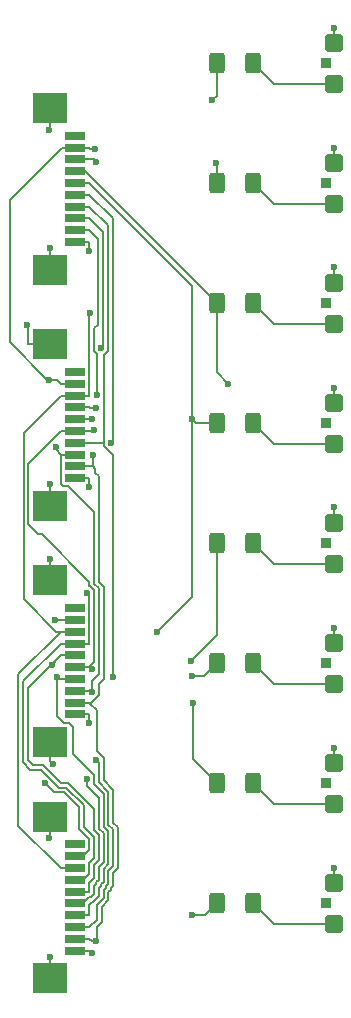
<source format=gbr>
%TF.GenerationSoftware,KiCad,Pcbnew,8.0.6-8.0.6-0~ubuntu24.04.1*%
%TF.CreationDate,2024-12-11T21:49:02+03:00*%
%TF.ProjectId,PM-LED8,504d2d4c-4544-4382-9e6b-696361645f70,rev?*%
%TF.SameCoordinates,Original*%
%TF.FileFunction,Copper,L1,Top*%
%TF.FilePolarity,Positive*%
%FSLAX46Y46*%
G04 Gerber Fmt 4.6, Leading zero omitted, Abs format (unit mm)*
G04 Created by KiCad (PCBNEW 8.0.6-8.0.6-0~ubuntu24.04.1) date 2024-12-11 21:49:02*
%MOMM*%
%LPD*%
G01*
G04 APERTURE LIST*
G04 Aperture macros list*
%AMRoundRect*
0 Rectangle with rounded corners*
0 $1 Rounding radius*
0 $2 $3 $4 $5 $6 $7 $8 $9 X,Y pos of 4 corners*
0 Add a 4 corners polygon primitive as box body*
4,1,4,$2,$3,$4,$5,$6,$7,$8,$9,$2,$3,0*
0 Add four circle primitives for the rounded corners*
1,1,$1+$1,$2,$3*
1,1,$1+$1,$4,$5*
1,1,$1+$1,$6,$7*
1,1,$1+$1,$8,$9*
0 Add four rect primitives between the rounded corners*
20,1,$1+$1,$2,$3,$4,$5,0*
20,1,$1+$1,$4,$5,$6,$7,0*
20,1,$1+$1,$6,$7,$8,$9,0*
20,1,$1+$1,$8,$9,$2,$3,0*%
G04 Aperture macros list end*
%TA.AperFunction,SMDPad,CuDef*%
%ADD10R,1.803400X0.635000*%
%TD*%
%TA.AperFunction,SMDPad,CuDef*%
%ADD11R,2.997200X2.590800*%
%TD*%
%TA.AperFunction,SMDPad,CuDef*%
%ADD12RoundRect,0.250000X0.400000X0.625000X-0.400000X0.625000X-0.400000X-0.625000X0.400000X-0.625000X0*%
%TD*%
%TA.AperFunction,SMDPad,CuDef*%
%ADD13RoundRect,0.250000X-0.500000X0.500000X-0.500000X-0.500000X0.500000X-0.500000X0.500000X0.500000X0*%
%TD*%
%TA.AperFunction,SMDPad,CuDef*%
%ADD14RoundRect,0.225000X-0.225000X0.225000X-0.225000X-0.225000X0.225000X-0.225000X0.225000X0.225000X0*%
%TD*%
%TA.AperFunction,ViaPad*%
%ADD15C,0.600000*%
%TD*%
%TA.AperFunction,Conductor*%
%ADD16C,0.200000*%
%TD*%
G04 APERTURE END LIST*
D10*
%TO.P,J3,1,Pin_1*%
%TO.N,unconnected-(J3-Pin_1-Pad1)*%
X-8444000Y-5500009D03*
%TO.P,J3,2,Pin_2*%
%TO.N,Net-(J1-Pin_2)*%
X-8444000Y-6500007D03*
%TO.P,J3,3,Pin_3*%
%TO.N,Net-(J1-Pin_3)*%
X-8444000Y-7500005D03*
%TO.P,J3,4,Pin_4*%
%TO.N,Net-(J1-Pin_4)*%
X-8444000Y-8500003D03*
%TO.P,J3,5,Pin_5*%
%TO.N,Net-(J1-Pin_5)*%
X-8444000Y-9500001D03*
%TO.P,J3,6,Pin_6*%
%TO.N,Net-(J1-Pin_6)*%
X-8444000Y-10499999D03*
%TO.P,J3,7,Pin_7*%
%TO.N,Net-(J1-Pin_7)*%
X-8444000Y-11499997D03*
%TO.P,J3,8,Pin_8*%
%TO.N,Net-(J1-Pin_8)*%
X-8444000Y-12499995D03*
%TO.P,J3,9,Pin_9*%
%TO.N,Net-(J1-Pin_9)*%
X-8444000Y-13499993D03*
%TO.P,J3,10,Pin_10*%
%TO.N,GND*%
X-8444000Y-14499991D03*
D11*
%TO.P,J3,11,Pin_11*%
X-10614001Y-3149998D03*
X-10614001Y-16850002D03*
%TD*%
D10*
%TO.P,J4,1,Pin_1*%
%TO.N,unconnected-(J4-Pin_1-Pad1)*%
X-8444000Y-25500009D03*
%TO.P,J4,2,Pin_2*%
%TO.N,Net-(J1-Pin_2)*%
X-8444000Y-26500007D03*
%TO.P,J4,3,Pin_3*%
%TO.N,Net-(J1-Pin_3)*%
X-8444000Y-27500005D03*
%TO.P,J4,4,Pin_4*%
%TO.N,Net-(J1-Pin_4)*%
X-8444000Y-28500003D03*
%TO.P,J4,5,Pin_5*%
%TO.N,Net-(J1-Pin_5)*%
X-8444000Y-29500001D03*
%TO.P,J4,6,Pin_6*%
%TO.N,Net-(J1-Pin_6)*%
X-8444000Y-30499999D03*
%TO.P,J4,7,Pin_7*%
%TO.N,Net-(J1-Pin_7)*%
X-8444000Y-31499997D03*
%TO.P,J4,8,Pin_8*%
%TO.N,Net-(J1-Pin_8)*%
X-8444000Y-32499995D03*
%TO.P,J4,9,Pin_9*%
%TO.N,Net-(J1-Pin_9)*%
X-8444000Y-33499993D03*
%TO.P,J4,10,Pin_10*%
%TO.N,GND*%
X-8444000Y-34499991D03*
D11*
%TO.P,J4,11,Pin_11*%
X-10614001Y-23149998D03*
X-10614001Y-36850002D03*
%TD*%
D10*
%TO.P,J1,1,Pin_1*%
%TO.N,unconnected-(J1-Pin_1-Pad1)*%
X-8444000Y34499991D03*
%TO.P,J1,2,Pin_2*%
%TO.N,Net-(J1-Pin_2)*%
X-8444000Y33499993D03*
%TO.P,J1,3,Pin_3*%
%TO.N,Net-(J1-Pin_3)*%
X-8444000Y32499995D03*
%TO.P,J1,4,Pin_4*%
%TO.N,Net-(J1-Pin_4)*%
X-8444000Y31499997D03*
%TO.P,J1,5,Pin_5*%
%TO.N,Net-(J1-Pin_5)*%
X-8444000Y30499999D03*
%TO.P,J1,6,Pin_6*%
%TO.N,Net-(J1-Pin_6)*%
X-8444000Y29500001D03*
%TO.P,J1,7,Pin_7*%
%TO.N,Net-(J1-Pin_7)*%
X-8444000Y28500003D03*
%TO.P,J1,8,Pin_8*%
%TO.N,Net-(J1-Pin_8)*%
X-8444000Y27500005D03*
%TO.P,J1,9,Pin_9*%
%TO.N,Net-(J1-Pin_9)*%
X-8444000Y26500007D03*
%TO.P,J1,10,Pin_10*%
%TO.N,GND*%
X-8444000Y25500009D03*
D11*
%TO.P,J1,11,Pin_11*%
X-10614001Y36850002D03*
X-10614001Y23149998D03*
%TD*%
D10*
%TO.P,J2,1,Pin_1*%
%TO.N,unconnected-(J2-Pin_1-Pad1)*%
X-8444000Y14499991D03*
%TO.P,J2,2,Pin_2*%
%TO.N,Net-(J1-Pin_2)*%
X-8444000Y13499993D03*
%TO.P,J2,3,Pin_3*%
%TO.N,Net-(J1-Pin_3)*%
X-8444000Y12499995D03*
%TO.P,J2,4,Pin_4*%
%TO.N,Net-(J1-Pin_4)*%
X-8444000Y11499997D03*
%TO.P,J2,5,Pin_5*%
%TO.N,Net-(J1-Pin_5)*%
X-8444000Y10499999D03*
%TO.P,J2,6,Pin_6*%
%TO.N,Net-(J1-Pin_6)*%
X-8444000Y9500001D03*
%TO.P,J2,7,Pin_7*%
%TO.N,Net-(J1-Pin_7)*%
X-8444000Y8500003D03*
%TO.P,J2,8,Pin_8*%
%TO.N,Net-(J1-Pin_8)*%
X-8444000Y7500005D03*
%TO.P,J2,9,Pin_9*%
%TO.N,Net-(J1-Pin_9)*%
X-8444000Y6500007D03*
%TO.P,J2,10,Pin_10*%
%TO.N,GND*%
X-8444000Y5500009D03*
D11*
%TO.P,J2,11,Pin_11*%
X-10614001Y16850002D03*
X-10614001Y3149998D03*
%TD*%
D12*
%TO.P,R3,1*%
%TO.N,Net-(D3-A)*%
X6630000Y20320000D03*
%TO.P,R3,2*%
%TO.N,Net-(J1-Pin_4)*%
X3530000Y20320000D03*
%TD*%
D13*
%TO.P,D7,1,K*%
%TO.N,GND*%
X13470000Y-18570000D03*
%TO.P,D7,2,A*%
%TO.N,Net-(D7-A)*%
X13470000Y-22070000D03*
D14*
%TO.P,D7,3*%
%TO.N,N/C*%
X12820000Y-20320000D03*
%TD*%
D13*
%TO.P,D3,1,K*%
%TO.N,GND*%
X13470000Y22070000D03*
%TO.P,D3,2,A*%
%TO.N,Net-(D3-A)*%
X13470000Y18570000D03*
D14*
%TO.P,D3,3*%
%TO.N,N/C*%
X12820000Y20320000D03*
%TD*%
D13*
%TO.P,D4,1,K*%
%TO.N,GND*%
X13470000Y11910000D03*
%TO.P,D4,2,A*%
%TO.N,Net-(D4-A)*%
X13470000Y8410000D03*
D14*
%TO.P,D4,3*%
%TO.N,N/C*%
X12820000Y10160000D03*
%TD*%
D13*
%TO.P,D1,1,K*%
%TO.N,GND*%
X13470000Y42390000D03*
%TO.P,D1,2,A*%
%TO.N,Net-(D1-A)*%
X13470000Y38890000D03*
D14*
%TO.P,D1,3*%
%TO.N,N/C*%
X12820000Y40640000D03*
%TD*%
D12*
%TO.P,R7,1*%
%TO.N,Net-(D7-A)*%
X6630000Y-20320000D03*
%TO.P,R7,2*%
%TO.N,Net-(J1-Pin_8)*%
X3530000Y-20320000D03*
%TD*%
%TO.P,R5,1*%
%TO.N,Net-(D5-A)*%
X6630000Y0D03*
%TO.P,R5,2*%
%TO.N,Net-(J1-Pin_6)*%
X3530000Y0D03*
%TD*%
%TO.P,R1,1*%
%TO.N,Net-(D1-A)*%
X6630000Y40640000D03*
%TO.P,R1,2*%
%TO.N,Net-(J1-Pin_2)*%
X3530000Y40640000D03*
%TD*%
%TO.P,R8,1*%
%TO.N,Net-(D8-A)*%
X6630000Y-30480000D03*
%TO.P,R8,2*%
%TO.N,Net-(J1-Pin_9)*%
X3530000Y-30480000D03*
%TD*%
D13*
%TO.P,D6,1,K*%
%TO.N,GND*%
X13470000Y-8410000D03*
%TO.P,D6,2,A*%
%TO.N,Net-(D6-A)*%
X13470000Y-11910000D03*
D14*
%TO.P,D6,3*%
%TO.N,N/C*%
X12820000Y-10160000D03*
%TD*%
D13*
%TO.P,D2,1,K*%
%TO.N,GND*%
X13470000Y32230000D03*
%TO.P,D2,2,A*%
%TO.N,Net-(D2-A)*%
X13470000Y28730000D03*
D14*
%TO.P,D2,3*%
%TO.N,N/C*%
X12820000Y30480000D03*
%TD*%
D13*
%TO.P,D8,1,K*%
%TO.N,GND*%
X13470000Y-28730000D03*
%TO.P,D8,2,A*%
%TO.N,Net-(D8-A)*%
X13470000Y-32230000D03*
D14*
%TO.P,D8,3*%
%TO.N,N/C*%
X12820000Y-30480000D03*
%TD*%
D12*
%TO.P,R2,1*%
%TO.N,Net-(D2-A)*%
X6630000Y30480000D03*
%TO.P,R2,2*%
%TO.N,Net-(J1-Pin_3)*%
X3530000Y30480000D03*
%TD*%
%TO.P,R6,1*%
%TO.N,Net-(D6-A)*%
X6630000Y-10160000D03*
%TO.P,R6,2*%
%TO.N,Net-(J1-Pin_7)*%
X3530000Y-10160000D03*
%TD*%
%TO.P,R4,1*%
%TO.N,Net-(D4-A)*%
X6630000Y10160000D03*
%TO.P,R4,2*%
%TO.N,Net-(J1-Pin_5)*%
X3530000Y10160000D03*
%TD*%
D13*
%TO.P,D5,1,K*%
%TO.N,GND*%
X13470000Y1750000D03*
%TO.P,D5,2,A*%
%TO.N,Net-(D5-A)*%
X13470000Y-1750000D03*
D14*
%TO.P,D5,3*%
%TO.N,N/C*%
X12820000Y0D03*
%TD*%
D15*
%TO.N,Net-(J1-Pin_5)*%
X1439500Y10500000D03*
X-7024800Y10479600D03*
X-1500000Y-7500000D03*
X-10423600Y-10278900D03*
%TO.N,Net-(J1-Pin_8)*%
X1500000Y-13500000D03*
X-7040500Y-12591200D03*
X-6643100Y-18392800D03*
X-10101800Y8167400D03*
X-6258200Y16500000D03*
%TO.N,Net-(J1-Pin_9)*%
X1439500Y-31500000D03*
X-6670300Y-33700000D03*
X-6930200Y7447300D03*
X-6610200Y12570700D03*
%TO.N,Net-(J1-Pin_7)*%
X1437900Y-11204300D03*
X-9977600Y-11359300D03*
X-5218900Y-11359300D03*
%TO.N,Net-(J1-Pin_4)*%
X4500000Y13500000D03*
X-6700000Y11445600D03*
X-7441400Y-4247600D03*
%TO.N,Net-(J1-Pin_6)*%
X1322200Y-9952100D03*
X-7025200Y-10643900D03*
X-7441500Y-19986100D03*
X-5439800Y8508400D03*
X-6809600Y9589800D03*
%TO.N,Net-(J1-Pin_2)*%
X3128200Y37500000D03*
X-6771100Y33408800D03*
X-10182700Y-6493900D03*
X-10672800Y13800000D03*
X-11030800Y-20311100D03*
%TO.N,Net-(J1-Pin_3)*%
X-6670300Y32300000D03*
X3516900Y32178000D03*
X-7184800Y19500000D03*
%TO.N,GND*%
X13470000Y3027300D03*
X13470000Y-27468700D03*
X13470000Y33492800D03*
X13470000Y-7146200D03*
X13470000Y43643000D03*
X13470000Y13172500D03*
X13470000Y23344400D03*
X13470000Y-17302000D03*
X-12515300Y18452600D03*
X-7240600Y4769300D03*
X-10672800Y35022200D03*
X-7240600Y24764700D03*
X-10614000Y-35043100D03*
X-10672800Y-24977800D03*
X-6997200Y-34705000D03*
X-10614000Y-1339400D03*
X-7240600Y-15254800D03*
X-10614000Y4975100D03*
X-10332100Y-18657800D03*
X-10614000Y24956900D03*
%TD*%
D16*
%TO.N,Net-(J1-Pin_4)*%
X-8444000Y31499997D02*
X-7649997Y31499997D01*
X-7649997Y31499997D02*
X3530000Y20320000D01*
%TO.N,Net-(J1-Pin_2)*%
X-8444000Y33499993D02*
X-9545700Y33499993D01*
X-9545700Y33499993D02*
X-14000000Y29045693D01*
X-14000000Y17000000D02*
X-10800000Y13800000D01*
X-14000000Y29045693D02*
X-14000000Y17000000D01*
X-10800000Y13800000D02*
X-10672800Y13800000D01*
%TO.N,Net-(D8-A)*%
X8380000Y-32230000D02*
X6630000Y-30480000D01*
X13470000Y-32230000D02*
X8380000Y-32230000D01*
%TO.N,Net-(D7-A)*%
X8380000Y-22070000D02*
X6630000Y-20320000D01*
X13470000Y-22070000D02*
X8380000Y-22070000D01*
%TO.N,Net-(D6-A)*%
X8380000Y-11910000D02*
X6630000Y-10160000D01*
X13470000Y-11910000D02*
X8380000Y-11910000D01*
%TO.N,Net-(D5-A)*%
X8380000Y-1750000D02*
X6630000Y0D01*
X13470000Y-1750000D02*
X8380000Y-1750000D01*
%TO.N,Net-(D4-A)*%
X8380000Y8410000D02*
X6630000Y10160000D01*
X13470000Y8410000D02*
X8380000Y8410000D01*
%TO.N,Net-(D3-A)*%
X8380000Y18570000D02*
X6630000Y20320000D01*
X13470000Y18570000D02*
X8380000Y18570000D01*
%TO.N,Net-(D2-A)*%
X8380000Y28730000D02*
X6630000Y30480000D01*
X13470000Y28730000D02*
X8380000Y28730000D01*
%TO.N,Net-(D1-A)*%
X8380000Y38890000D02*
X6630000Y40640000D01*
X13470000Y38890000D02*
X8380000Y38890000D01*
%TO.N,Net-(J1-Pin_5)*%
X1779500Y10160000D02*
X1439500Y10500000D01*
X3530000Y10160000D02*
X1779500Y10160000D01*
X-7220200Y10479600D02*
X-7240600Y10500000D01*
X-7024800Y10479600D02*
X-7220200Y10479600D01*
X-8444000Y10500000D02*
X-7240600Y10500000D01*
X-8444000Y-29500000D02*
X-7240600Y-29500000D01*
X-8444000Y-9500000D02*
X-9647400Y-9500000D01*
X1439500Y-4560500D02*
X-1500000Y-7500000D01*
X1439500Y10500000D02*
X1439500Y-4560500D01*
X-9647400Y-9502700D02*
X-9647400Y-9500000D01*
X-10423600Y-10278900D02*
X-9647400Y-9502700D01*
X1439500Y21819900D02*
X1439500Y10500000D01*
X-7240600Y30500000D02*
X1439500Y21819900D01*
X-8444000Y30500000D02*
X-7240600Y30500000D01*
X-12441700Y-12294300D02*
X-9647400Y-9500000D01*
X-12441700Y-18323700D02*
X-12441700Y-12294300D01*
X-12005100Y-18760300D02*
X-12441700Y-18323700D01*
X-11157500Y-18760300D02*
X-12005100Y-18760300D01*
X-9635500Y-20282300D02*
X-11157500Y-18760300D01*
X-9067500Y-20282300D02*
X-9635500Y-20282300D01*
X-6838900Y-22510900D02*
X-9067500Y-20282300D01*
X-6838900Y-24323200D02*
X-6838900Y-22510900D01*
X-6437200Y-24724900D02*
X-6838900Y-24323200D01*
X-6437200Y-26832600D02*
X-6437200Y-24724900D01*
X-6838900Y-27234300D02*
X-6437200Y-26832600D01*
X-6838900Y-28357500D02*
X-6838900Y-27234300D01*
X-7240600Y-28759200D02*
X-6838900Y-28357500D01*
X-7240600Y-29500000D02*
X-7240600Y-28759200D01*
%TO.N,Net-(J1-Pin_8)*%
X1500000Y-18290000D02*
X1500000Y-13500000D01*
X3530000Y-20320000D02*
X1500000Y-18290000D01*
X-8444000Y-12500000D02*
X-7240600Y-12500000D01*
X-7149400Y-12591200D02*
X-7240600Y-12500000D01*
X-7040500Y-12591200D02*
X-7149400Y-12591200D01*
X-8444000Y-32500000D02*
X-7240600Y-32500000D01*
X-9647400Y7498500D02*
X-9645900Y7500000D01*
X-9647400Y5009200D02*
X-9647400Y7498500D01*
X-9494000Y4855800D02*
X-9647400Y5009200D01*
X-9038400Y4855800D02*
X-9494000Y4855800D01*
X-6823200Y2640600D02*
X-9038400Y4855800D01*
X-6823200Y-3446900D02*
X-6823200Y2640600D01*
X-6438000Y-3832100D02*
X-6823200Y-3446900D01*
X-6438000Y-3914200D02*
X-6438000Y-3832100D01*
X-6437200Y-3915000D02*
X-6438000Y-3914200D01*
X-6437200Y-10316600D02*
X-6437200Y-3915000D01*
X-6410400Y-10343400D02*
X-6437200Y-10316600D01*
X-6410400Y-11061500D02*
X-6410400Y-10343400D01*
X-7040500Y-11691600D02*
X-6410400Y-11061500D01*
X-7040500Y-12591200D02*
X-7040500Y-11691600D01*
X-9044900Y7500000D02*
X-9645900Y7500000D01*
X-8444000Y7500000D02*
X-9044900Y7500000D01*
X-8444000Y27500000D02*
X-7240600Y27500000D01*
X-10101800Y7955900D02*
X-10101800Y8167400D01*
X-9645900Y7500000D02*
X-10101800Y7955900D01*
X-6437200Y-18598700D02*
X-6643100Y-18392800D01*
X-6437200Y-20234200D02*
X-6437200Y-18598700D01*
X-5633800Y-21037600D02*
X-6437200Y-20234200D01*
X-5633800Y-23824300D02*
X-5633800Y-21037600D01*
X-5232100Y-24226000D02*
X-5633800Y-23824300D01*
X-5232100Y-27331500D02*
X-5232100Y-24226000D01*
X-5633800Y-27733200D02*
X-5232100Y-27331500D01*
X-5633800Y-28856400D02*
X-5633800Y-27733200D01*
X-5835500Y-29058100D02*
X-5633800Y-28856400D01*
X-5835500Y-29165200D02*
X-5835500Y-29058100D01*
X-6035500Y-29365200D02*
X-5835500Y-29165200D01*
X-6035500Y-30037300D02*
X-6035500Y-29365200D01*
X-6604000Y-30605800D02*
X-6035500Y-30037300D01*
X-6604000Y-31863400D02*
X-6604000Y-30605800D01*
X-7240600Y-32500000D02*
X-6604000Y-31863400D01*
X-6117600Y16640600D02*
X-6258200Y16500000D01*
X-6117600Y26377000D02*
X-6117600Y16640600D01*
X-7240600Y27500000D02*
X-6117600Y26377000D01*
%TO.N,Net-(J1-Pin_9)*%
X2510000Y-31500000D02*
X1439500Y-31500000D01*
X3530000Y-30480000D02*
X2510000Y-31500000D01*
X-7040600Y-33700000D02*
X-7240600Y-33500000D01*
X-6670300Y-33700000D02*
X-7040600Y-33700000D01*
X-8444000Y-33500000D02*
X-7240600Y-33500000D01*
X-8444000Y-13500000D02*
X-7240600Y-13500000D01*
X-8444000Y6500000D02*
X-7240600Y6500000D01*
X-7240600Y-13500000D02*
X-7161000Y-13579500D01*
X-8444000Y26500000D02*
X-7240600Y26500000D01*
X-6931400Y6500000D02*
X-7240600Y6500000D01*
X-6931400Y7446100D02*
X-6930200Y7447300D01*
X-6931400Y6500000D02*
X-6931400Y7446100D01*
X-6725500Y6294100D02*
X-6931400Y6500000D01*
X-6725500Y5984900D02*
X-6725500Y6294100D01*
X-6410400Y5669800D02*
X-6725500Y5984900D01*
X-6410400Y-3291700D02*
X-6410400Y5669800D01*
X-6036300Y-3665800D02*
X-6410400Y-3291700D01*
X-6036300Y-3747900D02*
X-6036300Y-3665800D01*
X-6035500Y-3748700D02*
X-6036300Y-3747900D01*
X-6035500Y-10050100D02*
X-6035500Y-3748700D01*
X-6008700Y-10076900D02*
X-6035500Y-10050100D01*
X-6008700Y-11500400D02*
X-6008700Y-10076900D01*
X-6410400Y-11902100D02*
X-6008700Y-11500400D01*
X-6410400Y-12828900D02*
X-6410400Y-11902100D01*
X-7161000Y-13579500D02*
X-6410400Y-12828900D01*
X-6604000Y-14136600D02*
X-7161000Y-13579500D01*
X-6604000Y-17581000D02*
X-6604000Y-14136600D01*
X-6041400Y-18143600D02*
X-6604000Y-17581000D01*
X-6041400Y-18220600D02*
X-6041400Y-18143600D01*
X-6035500Y-18226500D02*
X-6041400Y-18220600D01*
X-6035500Y-20067900D02*
X-6035500Y-18226500D01*
X-5232100Y-20871300D02*
X-6035500Y-20067900D01*
X-5232100Y-23658000D02*
X-5232100Y-20871300D01*
X-4830400Y-24059700D02*
X-5232100Y-23658000D01*
X-4830400Y-27497800D02*
X-4830400Y-24059700D01*
X-5232100Y-27899500D02*
X-4830400Y-27497800D01*
X-5232100Y-29022700D02*
X-5232100Y-27899500D01*
X-5433800Y-29224400D02*
X-5232100Y-29022700D01*
X-5433800Y-29331500D02*
X-5433800Y-29224400D01*
X-5633800Y-29531500D02*
X-5433800Y-29331500D01*
X-5633800Y-30203600D02*
X-5633800Y-29531500D01*
X-6202300Y-30772100D02*
X-5633800Y-30203600D01*
X-6202300Y-32084000D02*
X-6202300Y-30772100D01*
X-6604000Y-32485700D02*
X-6202300Y-32084000D01*
X-6604000Y-33633700D02*
X-6604000Y-32485700D01*
X-6670300Y-33700000D02*
X-6604000Y-33633700D01*
X-6610200Y15999600D02*
X-6610200Y12570700D01*
X-6859900Y16249300D02*
X-6610200Y15999600D01*
X-6859900Y18195200D02*
X-6859900Y16249300D01*
X-6539400Y18515700D02*
X-6859900Y18195200D01*
X-6539400Y25798800D02*
X-6539400Y18515700D01*
X-7240600Y26500000D02*
X-6539400Y25798800D01*
%TO.N,Net-(J1-Pin_7)*%
X-8444000Y-11500000D02*
X-9647400Y-11500000D01*
X-9836900Y-11500000D02*
X-9977600Y-11359300D01*
X-9647400Y-11500000D02*
X-9836900Y-11500000D01*
X-8444000Y-31500000D02*
X-7240600Y-31500000D01*
X2485700Y-11204300D02*
X1437900Y-11204300D01*
X3530000Y-10160000D02*
X2485700Y-11204300D01*
X-8444000Y28500000D02*
X-7240600Y28500000D01*
X-6041500Y8500000D02*
X-8444000Y8500000D01*
X-5218900Y7436700D02*
X-5218900Y-11359300D01*
X-6041500Y8259300D02*
X-5218900Y7436700D01*
X-6041500Y8500000D02*
X-6041500Y8259300D01*
X-9977600Y-14613800D02*
X-9977600Y-11359300D01*
X-9365800Y-15225600D02*
X-9977600Y-14613800D01*
X-8998400Y-15225600D02*
X-9365800Y-15225600D01*
X-8631200Y-15592800D02*
X-8998400Y-15225600D01*
X-8631200Y-17827600D02*
X-8631200Y-15592800D01*
X-6838900Y-19619900D02*
X-8631200Y-17827600D01*
X-6838900Y-20400600D02*
X-6838900Y-19619900D01*
X-6035500Y-21204000D02*
X-6838900Y-20400600D01*
X-6035500Y-23990600D02*
X-6035500Y-21204000D01*
X-5633800Y-24392300D02*
X-6035500Y-23990600D01*
X-5633800Y-27165200D02*
X-5633800Y-24392300D01*
X-6035500Y-27566900D02*
X-5633800Y-27165200D01*
X-6035500Y-28690100D02*
X-6035500Y-27566900D01*
X-6237200Y-28891800D02*
X-6035500Y-28690100D01*
X-6237200Y-28998900D02*
X-6237200Y-28891800D01*
X-6437200Y-29198900D02*
X-6237200Y-28998900D01*
X-6437200Y-29871000D02*
X-6437200Y-29198900D01*
X-6908000Y-30341800D02*
X-6437200Y-29871000D01*
X-6990000Y-30341800D02*
X-6908000Y-30341800D01*
X-7240600Y-30592400D02*
X-6990000Y-30341800D01*
X-7240600Y-31500000D02*
X-7240600Y-30592400D01*
X-5656500Y26915900D02*
X-7240600Y28500000D01*
X-5656500Y16249200D02*
X-5656500Y26915900D01*
X-5977000Y15928700D02*
X-5656500Y16249200D01*
X-5977000Y8822000D02*
X-5977000Y15928700D01*
X-6041500Y8757500D02*
X-5977000Y8822000D01*
X-6041500Y8500000D02*
X-6041500Y8757500D01*
%TO.N,Net-(J1-Pin_4)*%
X3530000Y14470000D02*
X4500000Y13500000D01*
X3530000Y20320000D02*
X3530000Y14470000D01*
X-7186200Y11445600D02*
X-7240600Y11500000D01*
X-6700000Y11445600D02*
X-7186200Y11445600D01*
X-8444000Y11500000D02*
X-7240600Y11500000D01*
X-7240600Y-4448400D02*
X-7240600Y-8500000D01*
X-7441400Y-4247600D02*
X-7240600Y-4448400D01*
X-8444000Y-8500000D02*
X-7240600Y-8500000D01*
X-8444000Y-8500000D02*
X-9647400Y-8500000D01*
X-12843400Y-11696000D02*
X-9647400Y-8500000D01*
X-12843400Y-18562900D02*
X-12843400Y-11696000D01*
X-12244300Y-19162000D02*
X-12843400Y-18562900D01*
X-11323800Y-19162000D02*
X-12244300Y-19162000D01*
X-9801800Y-20684000D02*
X-11323800Y-19162000D01*
X-9233800Y-20684000D02*
X-9801800Y-20684000D01*
X-7725500Y-22192300D02*
X-9233800Y-20684000D01*
X-7725500Y-24004600D02*
X-7725500Y-22192300D01*
X-6838900Y-24891200D02*
X-7725500Y-24004600D01*
X-6838900Y-26666200D02*
X-6838900Y-24891200D01*
X-7240600Y-27067900D02*
X-6838900Y-26666200D01*
X-7240600Y-27967600D02*
X-7240600Y-27067900D01*
X-7773000Y-28500000D02*
X-7240600Y-27967600D01*
X-8444000Y-28500000D02*
X-7773000Y-28500000D01*
%TO.N,Net-(J1-Pin_6)*%
X3530000Y-7744300D02*
X1322200Y-9952100D01*
X3530000Y0D02*
X3530000Y-7744300D01*
X-8444000Y-10500000D02*
X-7240600Y-10500000D01*
X-8444000Y9500000D02*
X-9647400Y9500000D01*
X-7096700Y-10643900D02*
X-7240600Y-10500000D01*
X-7025200Y-10643900D02*
X-7096700Y-10643900D01*
X-6899400Y9500000D02*
X-8444000Y9500000D01*
X-6809600Y9589800D02*
X-6899400Y9500000D01*
X-8444000Y29500000D02*
X-7240600Y29500000D01*
X-12414300Y6733100D02*
X-9647400Y9500000D01*
X-12414300Y1621000D02*
X-12414300Y6733100D01*
X-11570500Y777200D02*
X-12414300Y1621000D01*
X-11289100Y777200D02*
X-11570500Y777200D01*
X-7240600Y-3271300D02*
X-11289100Y777200D01*
X-7240600Y-3597600D02*
X-7240600Y-3271300D01*
X-7192300Y-3645900D02*
X-7240600Y-3597600D01*
X-7192200Y-3645900D02*
X-7192300Y-3645900D01*
X-6839700Y-3998400D02*
X-7192200Y-3645900D01*
X-6839700Y-4080500D02*
X-6839700Y-3998400D01*
X-6838900Y-4081300D02*
X-6839700Y-4080500D01*
X-6838900Y-10098300D02*
X-6838900Y-4081300D01*
X-7240600Y-10500000D02*
X-6838900Y-10098300D01*
X-5240200Y27499600D02*
X-7240600Y29500000D01*
X-5240200Y8708000D02*
X-5240200Y27499600D01*
X-5439800Y8508400D02*
X-5240200Y8708000D01*
X-7441500Y-20590500D02*
X-7441500Y-19986100D01*
X-6437200Y-21594800D02*
X-7441500Y-20590500D01*
X-6437200Y-24156900D02*
X-6437200Y-21594800D01*
X-6035500Y-24558600D02*
X-6437200Y-24156900D01*
X-6035500Y-26998900D02*
X-6035500Y-24558600D01*
X-6437200Y-27400600D02*
X-6035500Y-26998900D01*
X-6437200Y-28523800D02*
X-6437200Y-27400600D01*
X-6638900Y-28725500D02*
X-6437200Y-28523800D01*
X-6638900Y-28832600D02*
X-6638900Y-28725500D01*
X-6838900Y-29032600D02*
X-6638900Y-28832600D01*
X-6838900Y-29704700D02*
X-6838900Y-29032600D01*
X-7074300Y-29940100D02*
X-6838900Y-29704700D01*
X-7238300Y-29940100D02*
X-7074300Y-29940100D01*
X-7238300Y-29940200D02*
X-7238300Y-29940100D01*
X-7798100Y-30500000D02*
X-7238300Y-29940200D01*
X-8444000Y-30500000D02*
X-7798100Y-30500000D01*
%TO.N,Net-(J1-Pin_2)*%
X3530000Y37901800D02*
X3128200Y37500000D01*
X3530000Y40640000D02*
X3530000Y37901800D01*
X-7149400Y33408800D02*
X-6771100Y33408800D01*
X-7240600Y33500000D02*
X-7149400Y33408800D01*
X-9653500Y-6493900D02*
X-9647400Y-6500000D01*
X-10182700Y-6493900D02*
X-9653500Y-6493900D01*
X-8444000Y-6500000D02*
X-9647400Y-6500000D01*
X-8444000Y13500000D02*
X-9647400Y13500000D01*
X-7842300Y33500000D02*
X-7240600Y33500000D01*
X-10256200Y-21085700D02*
X-11030800Y-20311100D01*
X-9400100Y-21085700D02*
X-10256200Y-21085700D01*
X-8127200Y-22358600D02*
X-9400100Y-21085700D01*
X-8127200Y-24170900D02*
X-8127200Y-22358600D01*
X-7240600Y-25057500D02*
X-8127200Y-24170900D01*
X-7240600Y-25973600D02*
X-7240600Y-25057500D01*
X-7767000Y-26500000D02*
X-7240600Y-25973600D01*
X-8444000Y-26500000D02*
X-7767000Y-26500000D01*
X-9947400Y13800000D02*
X-9647400Y13500000D01*
X-10310100Y13800000D02*
X-9947400Y13800000D01*
X-10672800Y13800000D02*
X-10491400Y13800000D01*
X-7842300Y33500000D02*
X-8444000Y33500000D01*
X-10491400Y13800000D02*
X-10400700Y13800000D01*
X-10400700Y13800000D02*
X-10310100Y13800000D01*
%TO.N,Net-(J1-Pin_3)*%
X-6870300Y32500000D02*
X-6670300Y32300000D01*
X-8444000Y32500000D02*
X-6870300Y32500000D01*
X3530000Y32164900D02*
X3530000Y30480000D01*
X3516900Y32178000D02*
X3530000Y32164900D01*
X-7842300Y12500000D02*
X-7240600Y12500000D01*
X-7842300Y12500000D02*
X-8444000Y12500000D01*
X-8444000Y12500000D02*
X-9647400Y12500000D01*
X-8444000Y-7500000D02*
X-9647400Y-7500000D01*
X-8444000Y-27500000D02*
X-9647400Y-27500000D01*
X-10027400Y-7500000D02*
X-9647400Y-7500000D01*
X-12816000Y-4711400D02*
X-10027400Y-7500000D01*
X-12816000Y9331400D02*
X-12816000Y-4711400D01*
X-9647400Y12500000D02*
X-12816000Y9331400D01*
X-13245100Y-23902300D02*
X-9647400Y-27500000D01*
X-13245100Y-11097700D02*
X-13245100Y-23902300D01*
X-9647400Y-7500000D02*
X-13245100Y-11097700D01*
X-7240600Y16062000D02*
X-7240600Y12500000D01*
X-7261600Y16083000D02*
X-7240600Y16062000D01*
X-7261600Y19423200D02*
X-7261600Y16083000D01*
X-7184800Y19500000D02*
X-7261600Y19423200D01*
%TO.N,GND*%
X13470000Y3027300D02*
X13470000Y1750000D01*
X13470000Y-27468700D02*
X13470000Y-28730000D01*
X13470000Y33492800D02*
X13470000Y32230000D01*
X13470000Y-7146200D02*
X13470000Y-8410000D01*
X13470000Y43643000D02*
X13470000Y42390000D01*
X13470000Y13172500D02*
X13470000Y11910000D01*
X13470000Y23344400D02*
X13470000Y22070000D01*
X13470000Y-17302000D02*
X13470000Y-18570000D01*
X-8444000Y5500000D02*
X-7240600Y5500000D01*
X-10614000Y36850000D02*
X-10614000Y35252900D01*
X-10672800Y35194100D02*
X-10614000Y35252900D01*
X-10672800Y35022200D02*
X-10672800Y35194100D01*
X-10614000Y-35043100D02*
X-10614000Y-36850000D01*
X-10614000Y-23150000D02*
X-10614000Y-24747100D01*
X-8444000Y-34500000D02*
X-7240600Y-34500000D01*
X-8444000Y-14500000D02*
X-7240600Y-14500000D01*
X-7240600Y-15254800D02*
X-7240600Y-14500000D01*
X-10614000Y4975100D02*
X-10614000Y3150000D01*
X-7240600Y4769300D02*
X-7240600Y5500000D01*
X-8444000Y25500000D02*
X-7240600Y25500000D01*
X-12414300Y18351600D02*
X-12515300Y18452600D01*
X-12414300Y16850000D02*
X-12414300Y18351600D01*
X-10614000Y16850000D02*
X-12414300Y16850000D01*
X-10672800Y-24805900D02*
X-10672800Y-24977800D01*
X-10614000Y-24747100D02*
X-10672800Y-24805900D01*
X-10614000Y-3150000D02*
X-10614000Y-1339400D01*
X-7035600Y-34705000D02*
X-6997200Y-34705000D01*
X-7240600Y-34500000D02*
X-7035600Y-34705000D01*
X-7240600Y25500000D02*
X-7240600Y24764700D01*
X-10614000Y-16850000D02*
X-10614000Y-18447100D01*
X-10542800Y-18447100D02*
X-10614000Y-18447100D01*
X-10332100Y-18657800D02*
X-10542800Y-18447100D01*
X-10614000Y24956900D02*
X-10614000Y23150000D01*
%TD*%
M02*

</source>
